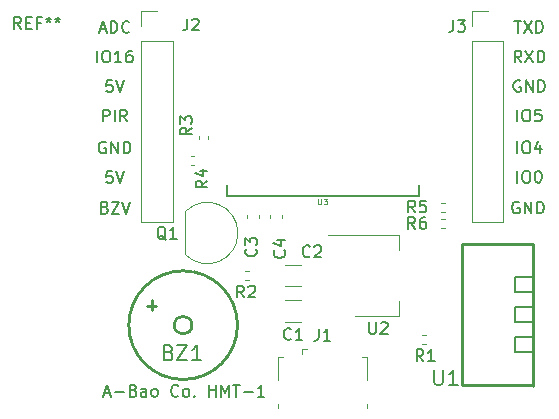
<source format=gbr>
%TF.GenerationSoftware,KiCad,Pcbnew,6.0.8-f2edbf62ab~116~ubuntu22.04.1*%
%TF.CreationDate,2022-10-18T20:55:33+08:00*%
%TF.ProjectId,HMT-1,484d542d-312e-46b6-9963-61645f706362,0*%
%TF.SameCoordinates,Original*%
%TF.FileFunction,Legend,Top*%
%TF.FilePolarity,Positive*%
%FSLAX46Y46*%
G04 Gerber Fmt 4.6, Leading zero omitted, Abs format (unit mm)*
G04 Created by KiCad (PCBNEW 6.0.8-f2edbf62ab~116~ubuntu22.04.1) date 2022-10-18 20:55:33*
%MOMM*%
%LPD*%
G01*
G04 APERTURE LIST*
%ADD10C,0.150000*%
%ADD11C,0.120000*%
%ADD12C,0.254000*%
%ADD13C,0.203000*%
%ADD14C,0.177800*%
G04 APERTURE END LIST*
D10*
X136000000Y-113049970D02*
X136000000Y-112049970D01*
X136666666Y-112049970D02*
X136857142Y-112049970D01*
X136952380Y-112097590D01*
X137047619Y-112192828D01*
X137095238Y-112383304D01*
X137095238Y-112716637D01*
X137047619Y-112907113D01*
X136952380Y-113002351D01*
X136857142Y-113049970D01*
X136666666Y-113049970D01*
X136571428Y-113002351D01*
X136476190Y-112907113D01*
X136428571Y-112716637D01*
X136428571Y-112383304D01*
X136476190Y-112192828D01*
X136571428Y-112097590D01*
X136666666Y-112049970D01*
X137952380Y-112383304D02*
X137952380Y-113049970D01*
X137714285Y-112002351D02*
X137476190Y-112716637D01*
X138095238Y-112716637D01*
X136133790Y-117191842D02*
X136038552Y-117144222D01*
X135895695Y-117144222D01*
X135752837Y-117191842D01*
X135657599Y-117287080D01*
X135609980Y-117382318D01*
X135562361Y-117572794D01*
X135562361Y-117715651D01*
X135609980Y-117906127D01*
X135657599Y-118001365D01*
X135752837Y-118096603D01*
X135895695Y-118144222D01*
X135990933Y-118144222D01*
X136133790Y-118096603D01*
X136181409Y-118048984D01*
X136181409Y-117715651D01*
X135990933Y-117715651D01*
X136609980Y-118144222D02*
X136609980Y-117144222D01*
X137181409Y-118144222D01*
X137181409Y-117144222D01*
X137657599Y-118144222D02*
X137657599Y-117144222D01*
X137895695Y-117144222D01*
X138038552Y-117191842D01*
X138133790Y-117287080D01*
X138181409Y-117382318D01*
X138229028Y-117572794D01*
X138229028Y-117715651D01*
X138181409Y-117906127D01*
X138133790Y-118001365D01*
X138038552Y-118096603D01*
X137895695Y-118144222D01*
X137657599Y-118144222D01*
X136000000Y-115535571D02*
X136000000Y-114535571D01*
X136666666Y-114535571D02*
X136857142Y-114535571D01*
X136952380Y-114583191D01*
X137047619Y-114678429D01*
X137095238Y-114868905D01*
X137095238Y-115202238D01*
X137047619Y-115392714D01*
X136952380Y-115487952D01*
X136857142Y-115535571D01*
X136666666Y-115535571D01*
X136571428Y-115487952D01*
X136476190Y-115392714D01*
X136428571Y-115202238D01*
X136428571Y-114868905D01*
X136476190Y-114678429D01*
X136571428Y-114583191D01*
X136666666Y-114535571D01*
X137714285Y-114535571D02*
X137809523Y-114535571D01*
X137904761Y-114583191D01*
X137952380Y-114630810D01*
X138000000Y-114726048D01*
X138047619Y-114916524D01*
X138047619Y-115154619D01*
X138000000Y-115345095D01*
X137952380Y-115440333D01*
X137904761Y-115487952D01*
X137809523Y-115535571D01*
X137714285Y-115535571D01*
X137619047Y-115487952D01*
X137571428Y-115440333D01*
X137523809Y-115345095D01*
X137476190Y-115154619D01*
X137476190Y-114916524D01*
X137523809Y-114726048D01*
X137571428Y-114630810D01*
X137619047Y-114583191D01*
X137714285Y-114535571D01*
X101066666Y-117628571D02*
X101209523Y-117676190D01*
X101257142Y-117723809D01*
X101304761Y-117819047D01*
X101304761Y-117961904D01*
X101257142Y-118057142D01*
X101209523Y-118104761D01*
X101114285Y-118152380D01*
X100733333Y-118152380D01*
X100733333Y-117152380D01*
X101066666Y-117152380D01*
X101161904Y-117200000D01*
X101209523Y-117247619D01*
X101257142Y-117342857D01*
X101257142Y-117438095D01*
X101209523Y-117533333D01*
X101161904Y-117580952D01*
X101066666Y-117628571D01*
X100733333Y-117628571D01*
X101638095Y-117152380D02*
X102304761Y-117152380D01*
X101638095Y-118152380D01*
X102304761Y-118152380D01*
X102542857Y-117152380D02*
X102876190Y-118152380D01*
X103209523Y-117152380D01*
X136238095Y-106900000D02*
X136142857Y-106852380D01*
X136000000Y-106852380D01*
X135857142Y-106900000D01*
X135761904Y-106995238D01*
X135714285Y-107090476D01*
X135666666Y-107280952D01*
X135666666Y-107423809D01*
X135714285Y-107614285D01*
X135761904Y-107709523D01*
X135857142Y-107804761D01*
X136000000Y-107852380D01*
X136095238Y-107852380D01*
X136238095Y-107804761D01*
X136285714Y-107757142D01*
X136285714Y-107423809D01*
X136095238Y-107423809D01*
X136714285Y-107852380D02*
X136714285Y-106852380D01*
X137285714Y-107852380D01*
X137285714Y-106852380D01*
X137761904Y-107852380D02*
X137761904Y-106852380D01*
X138000000Y-106852380D01*
X138142857Y-106900000D01*
X138238095Y-106995238D01*
X138285714Y-107090476D01*
X138333333Y-107280952D01*
X138333333Y-107423809D01*
X138285714Y-107614285D01*
X138238095Y-107709523D01*
X138142857Y-107804761D01*
X138000000Y-107852380D01*
X137761904Y-107852380D01*
X100661904Y-102566666D02*
X101138095Y-102566666D01*
X100566666Y-102852380D02*
X100900000Y-101852380D01*
X101233333Y-102852380D01*
X101566666Y-102852380D02*
X101566666Y-101852380D01*
X101804761Y-101852380D01*
X101947619Y-101900000D01*
X102042857Y-101995238D01*
X102090476Y-102090476D01*
X102138095Y-102280952D01*
X102138095Y-102423809D01*
X102090476Y-102614285D01*
X102042857Y-102709523D01*
X101947619Y-102804761D01*
X101804761Y-102852380D01*
X101566666Y-102852380D01*
X103138095Y-102757142D02*
X103090476Y-102804761D01*
X102947619Y-102852380D01*
X102852380Y-102852380D01*
X102709523Y-102804761D01*
X102614285Y-102709523D01*
X102566666Y-102614285D01*
X102519047Y-102423809D01*
X102519047Y-102280952D01*
X102566666Y-102090476D01*
X102614285Y-101995238D01*
X102709523Y-101900000D01*
X102852380Y-101852380D01*
X102947619Y-101852380D01*
X103090476Y-101900000D01*
X103138095Y-101947619D01*
X100900000Y-110352380D02*
X100900000Y-109352380D01*
X101280952Y-109352380D01*
X101376190Y-109400000D01*
X101423809Y-109447619D01*
X101471428Y-109542857D01*
X101471428Y-109685714D01*
X101423809Y-109780952D01*
X101376190Y-109828571D01*
X101280952Y-109876190D01*
X100900000Y-109876190D01*
X101900000Y-110352380D02*
X101900000Y-109352380D01*
X102947619Y-110352380D02*
X102614285Y-109876190D01*
X102376190Y-110352380D02*
X102376190Y-109352380D01*
X102757142Y-109352380D01*
X102852380Y-109400000D01*
X102900000Y-109447619D01*
X102947619Y-109542857D01*
X102947619Y-109685714D01*
X102900000Y-109780952D01*
X102852380Y-109828571D01*
X102757142Y-109876190D01*
X102376190Y-109876190D01*
X136000000Y-110342879D02*
X136000000Y-109342879D01*
X136666666Y-109342879D02*
X136857142Y-109342879D01*
X136952380Y-109390499D01*
X137047619Y-109485737D01*
X137095238Y-109676213D01*
X137095238Y-110009546D01*
X137047619Y-110200022D01*
X136952380Y-110295260D01*
X136857142Y-110342879D01*
X136666666Y-110342879D01*
X136571428Y-110295260D01*
X136476190Y-110200022D01*
X136428571Y-110009546D01*
X136428571Y-109676213D01*
X136476190Y-109485737D01*
X136571428Y-109390499D01*
X136666666Y-109342879D01*
X138000000Y-109342879D02*
X137523809Y-109342879D01*
X137476190Y-109819070D01*
X137523809Y-109771451D01*
X137619047Y-109723832D01*
X137857142Y-109723832D01*
X137952380Y-109771451D01*
X138000000Y-109819070D01*
X138047619Y-109914308D01*
X138047619Y-110152403D01*
X138000000Y-110247641D01*
X137952380Y-110295260D01*
X137857142Y-110342879D01*
X137619047Y-110342879D01*
X137523809Y-110295260D01*
X137476190Y-110247641D01*
X136333333Y-105347067D02*
X136000000Y-104870877D01*
X135761904Y-105347067D02*
X135761904Y-104347067D01*
X136142857Y-104347067D01*
X136238095Y-104394687D01*
X136285714Y-104442306D01*
X136333333Y-104537544D01*
X136333333Y-104680401D01*
X136285714Y-104775639D01*
X136238095Y-104823258D01*
X136142857Y-104870877D01*
X135761904Y-104870877D01*
X136666666Y-104347067D02*
X137333333Y-105347067D01*
X137333333Y-104347067D02*
X136666666Y-105347067D01*
X137714285Y-105347067D02*
X137714285Y-104347067D01*
X137952380Y-104347067D01*
X138095238Y-104394687D01*
X138190476Y-104489925D01*
X138238095Y-104585163D01*
X138285714Y-104775639D01*
X138285714Y-104918496D01*
X138238095Y-105108972D01*
X138190476Y-105204210D01*
X138095238Y-105299448D01*
X137952380Y-105347067D01*
X137714285Y-105347067D01*
X100423809Y-105352380D02*
X100423809Y-104352380D01*
X101090476Y-104352380D02*
X101280952Y-104352380D01*
X101376190Y-104400000D01*
X101471428Y-104495238D01*
X101519047Y-104685714D01*
X101519047Y-105019047D01*
X101471428Y-105209523D01*
X101376190Y-105304761D01*
X101280952Y-105352380D01*
X101090476Y-105352380D01*
X100995238Y-105304761D01*
X100900000Y-105209523D01*
X100852380Y-105019047D01*
X100852380Y-104685714D01*
X100900000Y-104495238D01*
X100995238Y-104400000D01*
X101090476Y-104352380D01*
X102471428Y-105352380D02*
X101900000Y-105352380D01*
X102185714Y-105352380D02*
X102185714Y-104352380D01*
X102090476Y-104495238D01*
X101995238Y-104590476D01*
X101900000Y-104638095D01*
X103328571Y-104352380D02*
X103138095Y-104352380D01*
X103042857Y-104400000D01*
X102995238Y-104447619D01*
X102900000Y-104590476D01*
X102852380Y-104780952D01*
X102852380Y-105161904D01*
X102900000Y-105257142D01*
X102947619Y-105304761D01*
X103042857Y-105352380D01*
X103233333Y-105352380D01*
X103328571Y-105304761D01*
X103376190Y-105257142D01*
X103423809Y-105161904D01*
X103423809Y-104923809D01*
X103376190Y-104828571D01*
X103328571Y-104780952D01*
X103233333Y-104733333D01*
X103042857Y-104733333D01*
X102947619Y-104780952D01*
X102900000Y-104828571D01*
X102852380Y-104923809D01*
X101709523Y-106852380D02*
X101233333Y-106852380D01*
X101185714Y-107328571D01*
X101233333Y-107280952D01*
X101328571Y-107233333D01*
X101566666Y-107233333D01*
X101661904Y-107280952D01*
X101709523Y-107328571D01*
X101757142Y-107423809D01*
X101757142Y-107661904D01*
X101709523Y-107757142D01*
X101661904Y-107804761D01*
X101566666Y-107852380D01*
X101328571Y-107852380D01*
X101233333Y-107804761D01*
X101185714Y-107757142D01*
X102042857Y-106852380D02*
X102376190Y-107852380D01*
X102709523Y-106852380D01*
X101014285Y-133366666D02*
X101490476Y-133366666D01*
X100919047Y-133652380D02*
X101252380Y-132652380D01*
X101585714Y-133652380D01*
X101919047Y-133271428D02*
X102680952Y-133271428D01*
X103490476Y-133128571D02*
X103633333Y-133176190D01*
X103680952Y-133223809D01*
X103728571Y-133319047D01*
X103728571Y-133461904D01*
X103680952Y-133557142D01*
X103633333Y-133604761D01*
X103538095Y-133652380D01*
X103157142Y-133652380D01*
X103157142Y-132652380D01*
X103490476Y-132652380D01*
X103585714Y-132700000D01*
X103633333Y-132747619D01*
X103680952Y-132842857D01*
X103680952Y-132938095D01*
X103633333Y-133033333D01*
X103585714Y-133080952D01*
X103490476Y-133128571D01*
X103157142Y-133128571D01*
X104585714Y-133652380D02*
X104585714Y-133128571D01*
X104538095Y-133033333D01*
X104442857Y-132985714D01*
X104252380Y-132985714D01*
X104157142Y-133033333D01*
X104585714Y-133604761D02*
X104490476Y-133652380D01*
X104252380Y-133652380D01*
X104157142Y-133604761D01*
X104109523Y-133509523D01*
X104109523Y-133414285D01*
X104157142Y-133319047D01*
X104252380Y-133271428D01*
X104490476Y-133271428D01*
X104585714Y-133223809D01*
X105204761Y-133652380D02*
X105109523Y-133604761D01*
X105061904Y-133557142D01*
X105014285Y-133461904D01*
X105014285Y-133176190D01*
X105061904Y-133080952D01*
X105109523Y-133033333D01*
X105204761Y-132985714D01*
X105347619Y-132985714D01*
X105442857Y-133033333D01*
X105490476Y-133080952D01*
X105538095Y-133176190D01*
X105538095Y-133461904D01*
X105490476Y-133557142D01*
X105442857Y-133604761D01*
X105347619Y-133652380D01*
X105204761Y-133652380D01*
X107300000Y-133557142D02*
X107252380Y-133604761D01*
X107109523Y-133652380D01*
X107014285Y-133652380D01*
X106871428Y-133604761D01*
X106776190Y-133509523D01*
X106728571Y-133414285D01*
X106680952Y-133223809D01*
X106680952Y-133080952D01*
X106728571Y-132890476D01*
X106776190Y-132795238D01*
X106871428Y-132700000D01*
X107014285Y-132652380D01*
X107109523Y-132652380D01*
X107252380Y-132700000D01*
X107300000Y-132747619D01*
X107871428Y-133652380D02*
X107776190Y-133604761D01*
X107728571Y-133557142D01*
X107680952Y-133461904D01*
X107680952Y-133176190D01*
X107728571Y-133080952D01*
X107776190Y-133033333D01*
X107871428Y-132985714D01*
X108014285Y-132985714D01*
X108109523Y-133033333D01*
X108157142Y-133080952D01*
X108204761Y-133176190D01*
X108204761Y-133461904D01*
X108157142Y-133557142D01*
X108109523Y-133604761D01*
X108014285Y-133652380D01*
X107871428Y-133652380D01*
X108633333Y-133557142D02*
X108680952Y-133604761D01*
X108633333Y-133652380D01*
X108585714Y-133604761D01*
X108633333Y-133557142D01*
X108633333Y-133652380D01*
X109871428Y-133652380D02*
X109871428Y-132652380D01*
X109871428Y-133128571D02*
X110442857Y-133128571D01*
X110442857Y-133652380D02*
X110442857Y-132652380D01*
X110919047Y-133652380D02*
X110919047Y-132652380D01*
X111252380Y-133366666D01*
X111585714Y-132652380D01*
X111585714Y-133652380D01*
X111919047Y-132652380D02*
X112490476Y-132652380D01*
X112204761Y-133652380D02*
X112204761Y-132652380D01*
X112823809Y-133271428D02*
X113585714Y-133271428D01*
X114585714Y-133652380D02*
X114014285Y-133652380D01*
X114300000Y-133652380D02*
X114300000Y-132652380D01*
X114204761Y-132795238D01*
X114109523Y-132890476D01*
X114014285Y-132938095D01*
X101138095Y-112100000D02*
X101042857Y-112052380D01*
X100900000Y-112052380D01*
X100757142Y-112100000D01*
X100661904Y-112195238D01*
X100614285Y-112290476D01*
X100566666Y-112480952D01*
X100566666Y-112623809D01*
X100614285Y-112814285D01*
X100661904Y-112909523D01*
X100757142Y-113004761D01*
X100900000Y-113052380D01*
X100995238Y-113052380D01*
X101138095Y-113004761D01*
X101185714Y-112957142D01*
X101185714Y-112623809D01*
X100995238Y-112623809D01*
X101614285Y-113052380D02*
X101614285Y-112052380D01*
X102185714Y-113052380D01*
X102185714Y-112052380D01*
X102661904Y-113052380D02*
X102661904Y-112052380D01*
X102900000Y-112052380D01*
X103042857Y-112100000D01*
X103138095Y-112195238D01*
X103185714Y-112290476D01*
X103233333Y-112480952D01*
X103233333Y-112623809D01*
X103185714Y-112814285D01*
X103138095Y-112909523D01*
X103042857Y-113004761D01*
X102900000Y-113052380D01*
X102661904Y-113052380D01*
X101709523Y-114552380D02*
X101233333Y-114552380D01*
X101185714Y-115028571D01*
X101233333Y-114980952D01*
X101328571Y-114933333D01*
X101566666Y-114933333D01*
X101661904Y-114980952D01*
X101709523Y-115028571D01*
X101757142Y-115123809D01*
X101757142Y-115361904D01*
X101709523Y-115457142D01*
X101661904Y-115504761D01*
X101566666Y-115552380D01*
X101328571Y-115552380D01*
X101233333Y-115504761D01*
X101185714Y-115457142D01*
X102042857Y-114552380D02*
X102376190Y-115552380D01*
X102709523Y-114552380D01*
X135738095Y-101836855D02*
X136309523Y-101836855D01*
X136023809Y-102836855D02*
X136023809Y-101836855D01*
X136547619Y-101836855D02*
X137214285Y-102836855D01*
X137214285Y-101836855D02*
X136547619Y-102836855D01*
X137595238Y-102836855D02*
X137595238Y-101836855D01*
X137833333Y-101836855D01*
X137976190Y-101884475D01*
X138071428Y-101979713D01*
X138119047Y-102074951D01*
X138166666Y-102265427D01*
X138166666Y-102408284D01*
X138119047Y-102598760D01*
X138071428Y-102693998D01*
X137976190Y-102789236D01*
X137833333Y-102836855D01*
X137595238Y-102836855D01*
%TO.C,R5*%
X127343333Y-118052380D02*
X127010000Y-117576190D01*
X126771904Y-118052380D02*
X126771904Y-117052380D01*
X127152857Y-117052380D01*
X127248095Y-117100000D01*
X127295714Y-117147619D01*
X127343333Y-117242857D01*
X127343333Y-117385714D01*
X127295714Y-117480952D01*
X127248095Y-117528571D01*
X127152857Y-117576190D01*
X126771904Y-117576190D01*
X128248095Y-117052380D02*
X127771904Y-117052380D01*
X127724285Y-117528571D01*
X127771904Y-117480952D01*
X127867142Y-117433333D01*
X128105238Y-117433333D01*
X128200476Y-117480952D01*
X128248095Y-117528571D01*
X128295714Y-117623809D01*
X128295714Y-117861904D01*
X128248095Y-117957142D01*
X128200476Y-118004761D01*
X128105238Y-118052380D01*
X127867142Y-118052380D01*
X127771904Y-118004761D01*
X127724285Y-117957142D01*
%TO.C,R2*%
X112843333Y-125252380D02*
X112510000Y-124776190D01*
X112271904Y-125252380D02*
X112271904Y-124252380D01*
X112652857Y-124252380D01*
X112748095Y-124300000D01*
X112795714Y-124347619D01*
X112843333Y-124442857D01*
X112843333Y-124585714D01*
X112795714Y-124680952D01*
X112748095Y-124728571D01*
X112652857Y-124776190D01*
X112271904Y-124776190D01*
X113224285Y-124347619D02*
X113271904Y-124300000D01*
X113367142Y-124252380D01*
X113605238Y-124252380D01*
X113700476Y-124300000D01*
X113748095Y-124347619D01*
X113795714Y-124442857D01*
X113795714Y-124538095D01*
X113748095Y-124680952D01*
X113176666Y-125252380D01*
X113795714Y-125252380D01*
%TO.C,REF\u002A\u002A*%
X93966666Y-102502380D02*
X93633333Y-102026190D01*
X93395238Y-102502380D02*
X93395238Y-101502380D01*
X93776190Y-101502380D01*
X93871428Y-101550000D01*
X93919047Y-101597619D01*
X93966666Y-101692857D01*
X93966666Y-101835714D01*
X93919047Y-101930952D01*
X93871428Y-101978571D01*
X93776190Y-102026190D01*
X93395238Y-102026190D01*
X94395238Y-101978571D02*
X94728571Y-101978571D01*
X94871428Y-102502380D02*
X94395238Y-102502380D01*
X94395238Y-101502380D01*
X94871428Y-101502380D01*
X95633333Y-101978571D02*
X95300000Y-101978571D01*
X95300000Y-102502380D02*
X95300000Y-101502380D01*
X95776190Y-101502380D01*
X96300000Y-101502380D02*
X96300000Y-101740476D01*
X96061904Y-101645238D02*
X96300000Y-101740476D01*
X96538095Y-101645238D01*
X96157142Y-101930952D02*
X96300000Y-101740476D01*
X96442857Y-101930952D01*
X97061904Y-101502380D02*
X97061904Y-101740476D01*
X96823809Y-101645238D02*
X97061904Y-101740476D01*
X97300000Y-101645238D01*
X96919047Y-101930952D02*
X97061904Y-101740476D01*
X97204761Y-101930952D01*
%TO.C,R1*%
X128043333Y-130652380D02*
X127710000Y-130176190D01*
X127471904Y-130652380D02*
X127471904Y-129652380D01*
X127852857Y-129652380D01*
X127948095Y-129700000D01*
X127995714Y-129747619D01*
X128043333Y-129842857D01*
X128043333Y-129985714D01*
X127995714Y-130080952D01*
X127948095Y-130128571D01*
X127852857Y-130176190D01*
X127471904Y-130176190D01*
X128995714Y-130652380D02*
X128424285Y-130652380D01*
X128710000Y-130652380D02*
X128710000Y-129652380D01*
X128614761Y-129795238D01*
X128519523Y-129890476D01*
X128424285Y-129938095D01*
%TO.C,BZ1*%
X106481190Y-129909285D02*
X106662619Y-129969761D01*
X106723095Y-130030238D01*
X106783571Y-130151190D01*
X106783571Y-130332619D01*
X106723095Y-130453571D01*
X106662619Y-130514047D01*
X106541666Y-130574523D01*
X106057857Y-130574523D01*
X106057857Y-129304523D01*
X106481190Y-129304523D01*
X106602142Y-129365000D01*
X106662619Y-129425476D01*
X106723095Y-129546428D01*
X106723095Y-129667380D01*
X106662619Y-129788333D01*
X106602142Y-129848809D01*
X106481190Y-129909285D01*
X106057857Y-129909285D01*
X107206904Y-129304523D02*
X108053571Y-129304523D01*
X107206904Y-130574523D01*
X108053571Y-130574523D01*
X109202619Y-130574523D02*
X108476904Y-130574523D01*
X108839761Y-130574523D02*
X108839761Y-129304523D01*
X108718809Y-129485952D01*
X108597857Y-129606904D01*
X108476904Y-129667380D01*
%TO.C,C3*%
X113857142Y-121166666D02*
X113904761Y-121214285D01*
X113952380Y-121357142D01*
X113952380Y-121452380D01*
X113904761Y-121595238D01*
X113809523Y-121690476D01*
X113714285Y-121738095D01*
X113523809Y-121785714D01*
X113380952Y-121785714D01*
X113190476Y-121738095D01*
X113095238Y-121690476D01*
X113000000Y-121595238D01*
X112952380Y-121452380D01*
X112952380Y-121357142D01*
X113000000Y-121214285D01*
X113047619Y-121166666D01*
X112952380Y-120833333D02*
X112952380Y-120214285D01*
X113333333Y-120547619D01*
X113333333Y-120404761D01*
X113380952Y-120309523D01*
X113428571Y-120261904D01*
X113523809Y-120214285D01*
X113761904Y-120214285D01*
X113857142Y-120261904D01*
X113904761Y-120309523D01*
X113952380Y-120404761D01*
X113952380Y-120690476D01*
X113904761Y-120785714D01*
X113857142Y-120833333D01*
%TO.C,J3*%
X130566666Y-101752380D02*
X130566666Y-102466666D01*
X130519047Y-102609523D01*
X130423809Y-102704761D01*
X130280952Y-102752380D01*
X130185714Y-102752380D01*
X130947619Y-101752380D02*
X131566666Y-101752380D01*
X131233333Y-102133333D01*
X131376190Y-102133333D01*
X131471428Y-102180952D01*
X131519047Y-102228571D01*
X131566666Y-102323809D01*
X131566666Y-102561904D01*
X131519047Y-102657142D01*
X131471428Y-102704761D01*
X131376190Y-102752380D01*
X131090476Y-102752380D01*
X130995238Y-102704761D01*
X130947619Y-102657142D01*
%TO.C,C2*%
X118433333Y-121757142D02*
X118385714Y-121804761D01*
X118242857Y-121852380D01*
X118147619Y-121852380D01*
X118004761Y-121804761D01*
X117909523Y-121709523D01*
X117861904Y-121614285D01*
X117814285Y-121423809D01*
X117814285Y-121280952D01*
X117861904Y-121090476D01*
X117909523Y-120995238D01*
X118004761Y-120900000D01*
X118147619Y-120852380D01*
X118242857Y-120852380D01*
X118385714Y-120900000D01*
X118433333Y-120947619D01*
X118814285Y-120947619D02*
X118861904Y-120900000D01*
X118957142Y-120852380D01*
X119195238Y-120852380D01*
X119290476Y-120900000D01*
X119338095Y-120947619D01*
X119385714Y-121042857D01*
X119385714Y-121138095D01*
X119338095Y-121280952D01*
X118766666Y-121852380D01*
X119385714Y-121852380D01*
%TO.C,R4*%
X109752380Y-115366666D02*
X109276190Y-115700000D01*
X109752380Y-115938095D02*
X108752380Y-115938095D01*
X108752380Y-115557142D01*
X108800000Y-115461904D01*
X108847619Y-115414285D01*
X108942857Y-115366666D01*
X109085714Y-115366666D01*
X109180952Y-115414285D01*
X109228571Y-115461904D01*
X109276190Y-115557142D01*
X109276190Y-115938095D01*
X109085714Y-114509523D02*
X109752380Y-114509523D01*
X108704761Y-114747619D02*
X109419047Y-114985714D01*
X109419047Y-114366666D01*
%TO.C,C1*%
X116833333Y-128757142D02*
X116785714Y-128804761D01*
X116642857Y-128852380D01*
X116547619Y-128852380D01*
X116404761Y-128804761D01*
X116309523Y-128709523D01*
X116261904Y-128614285D01*
X116214285Y-128423809D01*
X116214285Y-128280952D01*
X116261904Y-128090476D01*
X116309523Y-127995238D01*
X116404761Y-127900000D01*
X116547619Y-127852380D01*
X116642857Y-127852380D01*
X116785714Y-127900000D01*
X116833333Y-127947619D01*
X117785714Y-128852380D02*
X117214285Y-128852380D01*
X117500000Y-128852380D02*
X117500000Y-127852380D01*
X117404761Y-127995238D01*
X117309523Y-128090476D01*
X117214285Y-128138095D01*
%TO.C,C4*%
X116257142Y-121266666D02*
X116304761Y-121314285D01*
X116352380Y-121457142D01*
X116352380Y-121552380D01*
X116304761Y-121695238D01*
X116209523Y-121790476D01*
X116114285Y-121838095D01*
X115923809Y-121885714D01*
X115780952Y-121885714D01*
X115590476Y-121838095D01*
X115495238Y-121790476D01*
X115400000Y-121695238D01*
X115352380Y-121552380D01*
X115352380Y-121457142D01*
X115400000Y-121314285D01*
X115447619Y-121266666D01*
X115685714Y-120409523D02*
X116352380Y-120409523D01*
X115304761Y-120647619D02*
X116019047Y-120885714D01*
X116019047Y-120266666D01*
%TO.C,R3*%
X108452380Y-110876666D02*
X107976190Y-111210000D01*
X108452380Y-111448095D02*
X107452380Y-111448095D01*
X107452380Y-111067142D01*
X107500000Y-110971904D01*
X107547619Y-110924285D01*
X107642857Y-110876666D01*
X107785714Y-110876666D01*
X107880952Y-110924285D01*
X107928571Y-110971904D01*
X107976190Y-111067142D01*
X107976190Y-111448095D01*
X107452380Y-110543333D02*
X107452380Y-109924285D01*
X107833333Y-110257619D01*
X107833333Y-110114761D01*
X107880952Y-110019523D01*
X107928571Y-109971904D01*
X108023809Y-109924285D01*
X108261904Y-109924285D01*
X108357142Y-109971904D01*
X108404761Y-110019523D01*
X108452380Y-110114761D01*
X108452380Y-110400476D01*
X108404761Y-110495714D01*
X108357142Y-110543333D01*
%TO.C,U2*%
X123438095Y-127352380D02*
X123438095Y-128161904D01*
X123485714Y-128257142D01*
X123533333Y-128304761D01*
X123628571Y-128352380D01*
X123819047Y-128352380D01*
X123914285Y-128304761D01*
X123961904Y-128257142D01*
X124009523Y-128161904D01*
X124009523Y-127352380D01*
X124438095Y-127447619D02*
X124485714Y-127400000D01*
X124580952Y-127352380D01*
X124819047Y-127352380D01*
X124914285Y-127400000D01*
X124961904Y-127447619D01*
X125009523Y-127542857D01*
X125009523Y-127638095D01*
X124961904Y-127780952D01*
X124390476Y-128352380D01*
X125009523Y-128352380D01*
%TO.C,U1*%
X128932380Y-131404523D02*
X128932380Y-132432619D01*
X128992857Y-132553571D01*
X129053333Y-132614047D01*
X129174285Y-132674523D01*
X129416190Y-132674523D01*
X129537142Y-132614047D01*
X129597619Y-132553571D01*
X129658095Y-132432619D01*
X129658095Y-131404523D01*
X130928095Y-132674523D02*
X130202380Y-132674523D01*
X130565238Y-132674523D02*
X130565238Y-131404523D01*
X130444285Y-131585952D01*
X130323333Y-131706904D01*
X130202380Y-131767380D01*
%TO.C,J1*%
X119166666Y-127902380D02*
X119166666Y-128616666D01*
X119119047Y-128759523D01*
X119023809Y-128854761D01*
X118880952Y-128902380D01*
X118785714Y-128902380D01*
X120166666Y-128902380D02*
X119595238Y-128902380D01*
X119880952Y-128902380D02*
X119880952Y-127902380D01*
X119785714Y-128045238D01*
X119690476Y-128140476D01*
X119595238Y-128188095D01*
%TO.C,R6*%
X127333333Y-119452380D02*
X127000000Y-118976190D01*
X126761904Y-119452380D02*
X126761904Y-118452380D01*
X127142857Y-118452380D01*
X127238095Y-118500000D01*
X127285714Y-118547619D01*
X127333333Y-118642857D01*
X127333333Y-118785714D01*
X127285714Y-118880952D01*
X127238095Y-118928571D01*
X127142857Y-118976190D01*
X126761904Y-118976190D01*
X128190476Y-118452380D02*
X128000000Y-118452380D01*
X127904761Y-118500000D01*
X127857142Y-118547619D01*
X127761904Y-118690476D01*
X127714285Y-118880952D01*
X127714285Y-119261904D01*
X127761904Y-119357142D01*
X127809523Y-119404761D01*
X127904761Y-119452380D01*
X128095238Y-119452380D01*
X128190476Y-119404761D01*
X128238095Y-119357142D01*
X128285714Y-119261904D01*
X128285714Y-119023809D01*
X128238095Y-118928571D01*
X128190476Y-118880952D01*
X128095238Y-118833333D01*
X127904761Y-118833333D01*
X127809523Y-118880952D01*
X127761904Y-118928571D01*
X127714285Y-119023809D01*
%TO.C,J2*%
X108036666Y-101652380D02*
X108036666Y-102366666D01*
X107989047Y-102509523D01*
X107893809Y-102604761D01*
X107750952Y-102652380D01*
X107655714Y-102652380D01*
X108465238Y-101747619D02*
X108512857Y-101700000D01*
X108608095Y-101652380D01*
X108846190Y-101652380D01*
X108941428Y-101700000D01*
X108989047Y-101747619D01*
X109036666Y-101842857D01*
X109036666Y-101938095D01*
X108989047Y-102080952D01*
X108417619Y-102652380D01*
X109036666Y-102652380D01*
%TO.C,Q1*%
X106244761Y-120377619D02*
X106149523Y-120330000D01*
X106054285Y-120234761D01*
X105911428Y-120091904D01*
X105816190Y-120044285D01*
X105720952Y-120044285D01*
X105768571Y-120282380D02*
X105673333Y-120234761D01*
X105578095Y-120139523D01*
X105530476Y-119949047D01*
X105530476Y-119615714D01*
X105578095Y-119425238D01*
X105673333Y-119330000D01*
X105768571Y-119282380D01*
X105959047Y-119282380D01*
X106054285Y-119330000D01*
X106149523Y-119425238D01*
X106197142Y-119615714D01*
X106197142Y-119949047D01*
X106149523Y-120139523D01*
X106054285Y-120234761D01*
X105959047Y-120282380D01*
X105768571Y-120282380D01*
X107149523Y-120282380D02*
X106578095Y-120282380D01*
X106863809Y-120282380D02*
X106863809Y-119282380D01*
X106768571Y-119425238D01*
X106673333Y-119520476D01*
X106578095Y-119568095D01*
D11*
%TO.C,U3*%
X119134285Y-116895942D02*
X119134285Y-117284514D01*
X119157142Y-117330228D01*
X119180000Y-117353085D01*
X119225714Y-117375942D01*
X119317142Y-117375942D01*
X119362857Y-117353085D01*
X119385714Y-117330228D01*
X119408571Y-117284514D01*
X119408571Y-116895942D01*
X119591428Y-116895942D02*
X119888571Y-116895942D01*
X119728571Y-117078800D01*
X119797142Y-117078800D01*
X119842857Y-117101657D01*
X119865714Y-117124514D01*
X119888571Y-117170228D01*
X119888571Y-117284514D01*
X119865714Y-117330228D01*
X119842857Y-117353085D01*
X119797142Y-117375942D01*
X119660000Y-117375942D01*
X119614285Y-117353085D01*
X119591428Y-117330228D01*
%TO.C,R5*%
X129853641Y-117220000D02*
X129546359Y-117220000D01*
X129853641Y-117980000D02*
X129546359Y-117980000D01*
%TO.C,R2*%
X113253641Y-123780000D02*
X112946359Y-123780000D01*
X113253641Y-123020000D02*
X112946359Y-123020000D01*
%TO.C,R1*%
X128253641Y-128420000D02*
X127946359Y-128420000D01*
X128253641Y-129180000D02*
X127946359Y-129180000D01*
D12*
%TO.C,BZ1*%
X105033000Y-125441000D02*
X105033000Y-126330000D01*
X104652000Y-125949000D02*
X105414000Y-125949000D01*
X112300000Y-127600000D02*
G75*
G03*
X112300000Y-127600000I-4600000J0D01*
G01*
X108450000Y-127600000D02*
G75*
G03*
X108450000Y-127600000I-750000J0D01*
G01*
D11*
%TO.C,C3*%
X113090000Y-118540580D02*
X113090000Y-118259420D01*
X114110000Y-118540580D02*
X114110000Y-118259420D01*
%TO.C,J3*%
X132140000Y-103570000D02*
X134800000Y-103570000D01*
X132140000Y-118870000D02*
X134800000Y-118870000D01*
X132140000Y-103570000D02*
X132140000Y-118870000D01*
X132140000Y-102300000D02*
X132140000Y-100970000D01*
X134800000Y-103570000D02*
X134800000Y-118870000D01*
X132140000Y-100970000D02*
X133470000Y-100970000D01*
%TO.C,C2*%
X117711252Y-122490000D02*
X116288748Y-122490000D01*
X117711252Y-124310000D02*
X116288748Y-124310000D01*
%TO.C,R4*%
X108653641Y-113320000D02*
X108346359Y-113320000D01*
X108653641Y-114080000D02*
X108346359Y-114080000D01*
%TO.C,C1*%
X117711252Y-125490000D02*
X116288748Y-125490000D01*
X117711252Y-127310000D02*
X116288748Y-127310000D01*
%TO.C,C4*%
X116110000Y-118259420D02*
X116110000Y-118540580D01*
X115090000Y-118259420D02*
X115090000Y-118540580D01*
%TO.C,R3*%
X109020000Y-111853641D02*
X109020000Y-111546359D01*
X109780000Y-111853641D02*
X109780000Y-111546359D01*
%TO.C,U2*%
X120000000Y-119990000D02*
X126010000Y-119990000D01*
X126010000Y-119990000D02*
X126010000Y-121250000D01*
X122250000Y-126810000D02*
X126010000Y-126810000D01*
X126010000Y-126810000D02*
X126010000Y-125550000D01*
D13*
%TO.C,U1*%
X135760000Y-126060000D02*
X135760000Y-127330000D01*
X135760000Y-128600000D02*
X135760000Y-129870000D01*
D12*
X137355000Y-132723000D02*
X137355000Y-132700000D01*
D13*
X135760000Y-129870000D02*
X137355000Y-129870000D01*
X135760000Y-127330000D02*
X137355000Y-127330000D01*
D12*
X137355000Y-132700000D02*
X131300000Y-132700000D01*
X131300000Y-120722000D02*
X137355000Y-120722000D01*
X137355000Y-132723000D02*
X137355000Y-120722000D01*
D13*
X135760000Y-123520000D02*
X135760000Y-124790000D01*
D12*
X131300000Y-132700000D02*
X131300000Y-120722000D01*
D13*
X137355000Y-128600000D02*
X135760000Y-128600000D01*
X137355000Y-123520000D02*
X135760000Y-123520000D01*
X135760000Y-124790000D02*
X137355000Y-124790000D01*
X137355000Y-126060000D02*
X135760000Y-126060000D01*
D11*
%TO.C,J1*%
X118190000Y-129610000D02*
X117740000Y-129610000D01*
X123260000Y-134240000D02*
X123260000Y-134640000D01*
X115740000Y-130290000D02*
X116160000Y-130290000D01*
X117740000Y-130060000D02*
X117740000Y-129610000D01*
X115740000Y-132270000D02*
X115740000Y-130290000D01*
X123260000Y-132270000D02*
X123260000Y-130290000D01*
X123260000Y-130290000D02*
X122840000Y-130290000D01*
X115740000Y-134640000D02*
X115740000Y-134240000D01*
%TO.C,R6*%
X129853641Y-119380000D02*
X129546359Y-119380000D01*
X129853641Y-118620000D02*
X129546359Y-118620000D01*
%TO.C,J2*%
X106830000Y-103570000D02*
X106830000Y-118870000D01*
X104170000Y-100970000D02*
X105500000Y-100970000D01*
X104170000Y-118870000D02*
X106830000Y-118870000D01*
X104170000Y-103570000D02*
X106830000Y-103570000D01*
X104170000Y-103570000D02*
X104170000Y-118870000D01*
X104170000Y-102300000D02*
X104170000Y-100970000D01*
%TO.C,Q1*%
X107890000Y-118000000D02*
X107890000Y-121600000D01*
X107901522Y-121638478D02*
G75*
G03*
X112340000Y-119800000I1838478J1838478D01*
G01*
X112340001Y-119800000D02*
G75*
G03*
X107901522Y-117961522I-2600001J0D01*
G01*
D14*
%TO.C,U3*%
X127627000Y-115741000D02*
X127627000Y-116627000D01*
X127627000Y-116627000D02*
X111373000Y-116627000D01*
X111373000Y-116627000D02*
X111373000Y-115741000D01*
%TD*%
M02*

</source>
